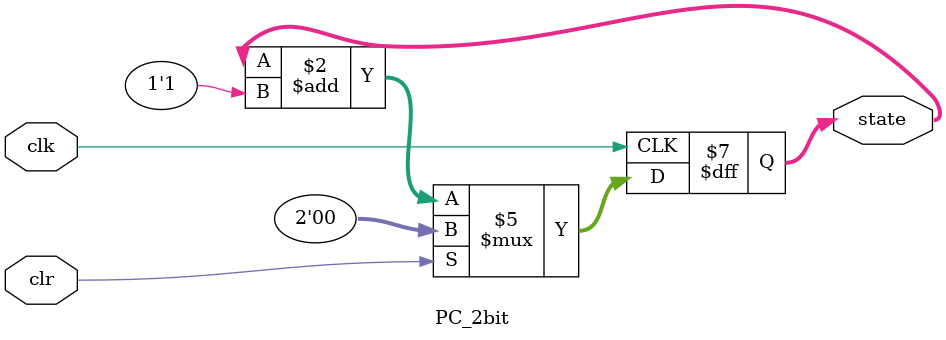
<source format=v>
`timescale 1ns / 1ps


module PC_2bit (
    input clk,
    input clr,
    output reg [1:0] state
);
    
    always @(posedge clk) begin
        if (clr) begin
            state <= 2'b00;
        end 

        else begin
            state <= state + 1'b1;
        end
    end

   
initial begin
    $dumpfile("PC_2bit_tb.vcd");
    $dumpvars(0,PC_2bit);
end

endmodule
</source>
